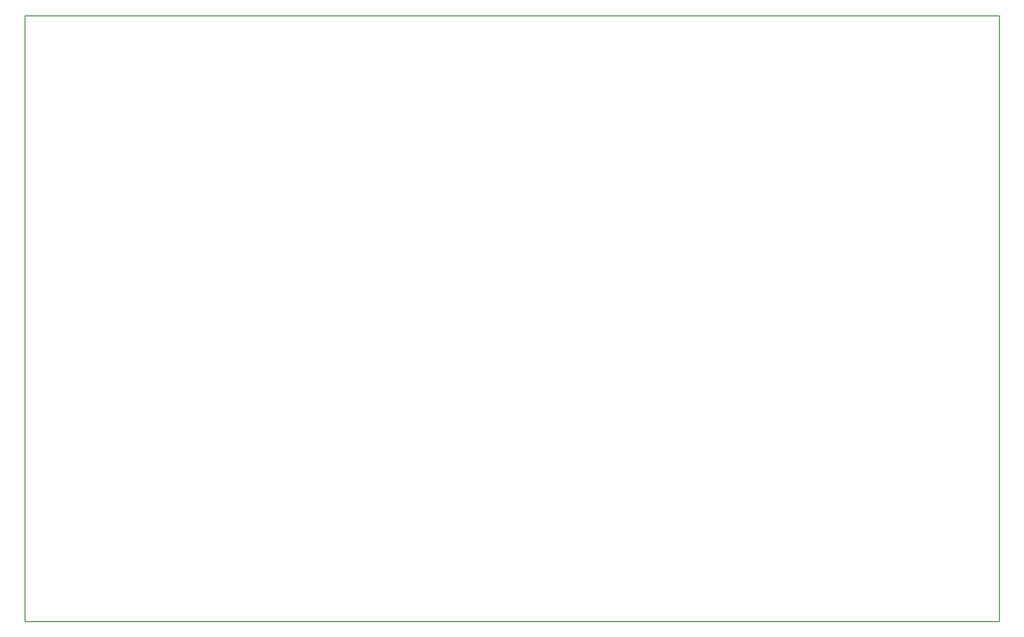
<source format=gm1>
G04 #@! TF.FileFunction,Profile,NP*
%FSLAX46Y46*%
G04 Gerber Fmt 4.6, Leading zero omitted, Abs format (unit mm)*
G04 Created by KiCad (PCBNEW 4.0.7) date 2017 October 30, Monday 23:27:59*
%MOMM*%
%LPD*%
G01*
G04 APERTURE LIST*
%ADD10C,0.100000*%
%ADD11C,0.150000*%
G04 APERTURE END LIST*
D10*
D11*
X248285000Y-38100000D02*
X76835000Y-38100000D01*
X248285000Y-144780000D02*
X248285000Y-38100000D01*
X76835000Y-144780000D02*
X248285000Y-144780000D01*
X76835000Y-38100000D02*
X76835000Y-144780000D01*
M02*

</source>
